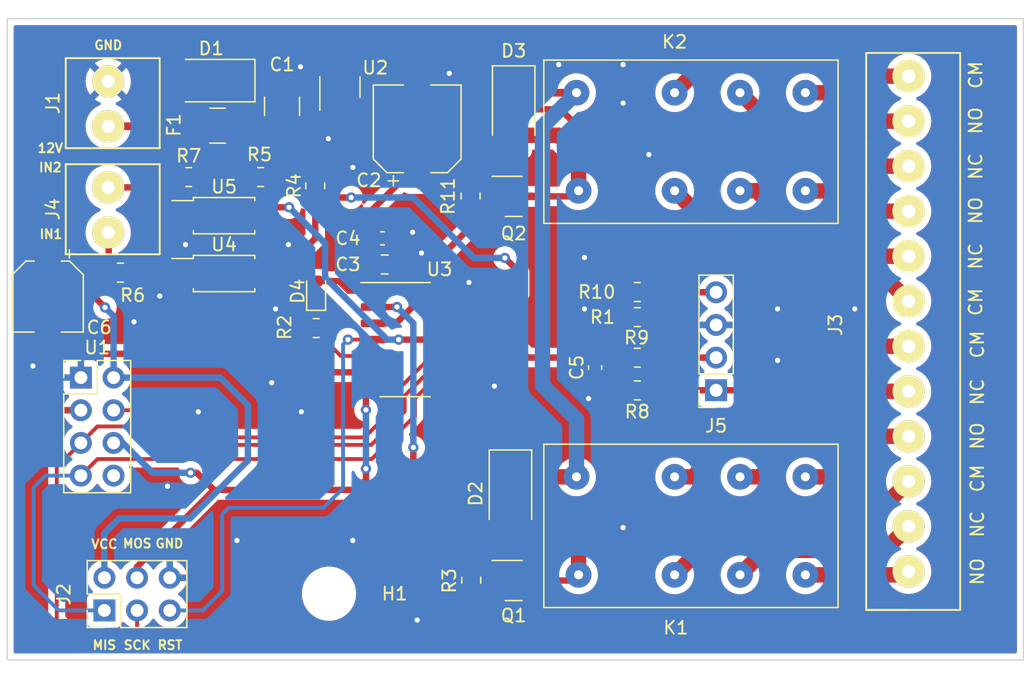
<source format=kicad_pcb>
(kicad_pcb (version 20211014) (generator pcbnew)
  (title_block (comment 4 "AISLER Project ID: GOBGGYHU"))
  (layers (0 "F.Cu" signal) (31 "B.Cu" signal) (34 "B.Paste" user) (35 "F.Paste" user) (36 "B.SilkS" user "B.Silkscreen") (37 "F.SilkS" user "F.Silkscreen") (38 "B.Mask" user) (39 "F.Mask" user) (44 "Edge.Cuts" user))
  (net 0 "")
  (net 1 "/ACC_12V_PROT")
  (net 2 "GND")
  (net 3 "/3V3")
  (net 4 "/ACC_12V_IN")
  (net 5 "Net-(D2-Pad2)")
  (net 6 "Net-(D3-Pad2)")
  (net 7 "/MCU_RESET")
  (net 8 "/MCU_MOSI")
  (net 9 "/MCU_MISO")
  (net 10 "/MCU_SCK")
  (net 11 "/RELAY_2_A_NO")
  (net 12 "/RELAY_2_B_COM")
  (net 13 "/RELAY_2_B_NC")
  (net 14 "/RELAY_2_A_COM")
  (net 15 "/RELAY_2_A_NC")
  (net 16 "/RELAY_2_B_NO")
  (net 17 "/RELAY_1_A_NC")
  (net 18 "/RELAY_1_A_COM")
  (net 19 "/RELAY_1_A_NO")
  (net 20 "/RELAY_1_B_COM")
  (net 21 "/RELAY_1_B_NO")
  (net 22 "/RELAY_1_B_NC")
  (net 23 "/EXT_IN_2")
  (net 24 "/EXT_IN_1")
  (net 25 "Net-(Q1-Pad1)")
  (net 26 "Net-(Q2-Pad1)")
  (net 27 "/RELAY_1")
  (net 28 "/RELAY_2")
  (net 29 "/D_IN1")
  (net 30 "/D_IN2")
  (net 31 "Net-(R6-Pad2)")
  (net 32 "Net-(R7-Pad2)")
  (net 33 "/NRF_CS")
  (net 37 "Net-(D4-Pad1)")
  (net 38 "/NRF_CE")
  (net 39 "/XKC-Y2S-IN")
  (net 40 "Net-(J5-Pad2)")
  (net 41 "Net-(J5-Pad4)")
  (net 42 "Net-(R2-Pad2)")
  (footprint "Package_TO_SOT_SMD:SOT-23-5" (layer "F.Cu") (at 38.85 18.3125 90)
    (fp_text reference "U2")
    (fp_text value "AP7370-33WW-7")
  )
  (footprint "Package_TO_SOT_SMD:SOT-23" (layer "F.Cu") (at 52.35 56.6765)
    (fp_text reference "Q1")
    (fp_text value "BC817")
  )
  (footprint "Resistor_SMD:R_0805_2012Metric" (layer "F.Cu") (at 21.7975 32.7415)
    (fp_text reference "R6")
    (fp_text value "4.7k")
  )
  (footprint "mykicad_6:ST2002C12W" (layer "F.Cu") (at 64.85 52.4265)
    (fp_text reference "K1")
    (fp_text value "ST2002C12W")
  )
  (footprint "mykicad_6:ST2002C12W" (layer "F.Cu") (at 64.85 22.5625)
    (fp_text reference "K2")
    (fp_text value "ST2002C12W")
  )
  (footprint "Capacitor_SMD:C_0603_1608Metric" (layer "F.Cu") (at 42.154 30.0745)
    (fp_text reference "C4")
    (fp_text value "100nF")
  )
  (footprint "Capacitor_SMD:CP_Elec_5x5.3" (layer "F.Cu") (at 16.15 34.6 -90)
    (fp_text reference "C6")
    (fp_text value "C_Polarized")
  )
  (footprint "Resistor_SMD:R_0805_2012Metric" (layer "F.Cu") (at 61.9545 39.3555 180)
    (fp_text reference "R9")
    (fp_text value "1k")
  )
  (footprint "Package_SO:SOIC-4_4.55x2.6mm_P1.27mm" (layer "F.Cu") (at 29.85 28.3125)
    (fp_text reference "U5")
    (fp_text value "TLP291")
  )
  (footprint "Package_TO_SOT_SMD:SOT-23" (layer "F.Cu") (at 52.35 26.8125)
    (fp_text reference "Q2")
    (fp_text value "BC817")
  )
  (footprint "Package_SO:SOIC-14_3.9x8.7mm_P1.27mm" (layer "F.Cu") (at 43.919 37.9485)
    (fp_text reference "U3")
    (fp_text value "ATtiny84-20SS")
  )
  (footprint "Resistor_SMD:R_0805_2012Metric" (layer "F.Cu") (at 49.05 56.65 -90)
    (fp_text reference "R3")
    (fp_text value "1k")
  )
  (footprint "Resistor_SMD:R_0805_2012Metric" (layer "F.Cu") (at 61.95 36.2)
    (fp_text reference "R1")
    (fp_text value "1k")
  )
  (footprint "Resistor_SMD:R_0805_2012Metric" (layer "F.Cu") (at 27.1 25.3125)
    (fp_text reference "R7")
    (fp_text value "4.7k")
  )
  (footprint "Fuse:Fuse_1210_3225Metric_Pad1.42x2.65mm_HandSolder" (layer "F.Cu") (at 29.35 21.3125 180)
    (fp_text reference "F1")
    (fp_text value "100mA Polyfuse")
  )
  (footprint "Diode_SMD:D_SMA" (layer "F.Cu") (at 52.1 49.9265 -90)
    (fp_text reference "D2")
    (fp_text value "DO-214AC")
  )
  (footprint "my_kicad:SORKAPOCS-3.5mm-12" (layer "F.Cu") (at 83.035 19.1635 -90)
    (fp_text reference "J3")
    (fp_text value "External_Outputs_Terminal")
  )
  (footprint "Resistor_SMD:R_0805_2012Metric" (layer "F.Cu") (at 37 37.05)
    (fp_text reference "R2")
    (fp_text value "1k")
  )
  (footprint "Diode_SMD:D_SMA" (layer "F.Cu") (at 28.85 17.8125 180)
    (fp_text reference "D1")
    (fp_text value "DO-214AC")
  )
  (footprint "Package_SO:SOIC-4_4.55x2.6mm_P1.27mm" (layer "F.Cu") (at 29.85 32.8125)
    (fp_text reference "U4")
    (fp_text value "TLP291")
  )
  (footprint "Resistor_SMD:R_0805_2012Metric" (layer "F.Cu") (at 61.9545 41.8955 180)
    (fp_text reference "R8")
    (fp_text value "1k")
  )
  (footprint "my_kicad:SORKAPOCS-3.5mm-2" (layer "F.Cu") (at 20.85 27.8125 -90)
    (fp_text reference "J4")
    (fp_text value "External_Inputs_Terminal")
  )
  (footprint "Resistor_SMD:R_0805_2012Metric" (layer "F.Cu") (at 36.934 25.987 90)
    (fp_text reference "R4")
    (fp_text value "10k")
  )
  (footprint "LED_SMD:LED_0603_1608Metric" (layer "F.Cu") (at 37 34.1875 90)
    (fp_text reference "D4")
    (fp_text value "LED")
  )
  (footprint "Diode_SMD:D_SMA" (layer "F.Cu") (at 52.35 20.0625 -90)
    (fp_text reference "D3")
    (fp_text value "DO-214AC")
  )
  (footprint "Resistor_SMD:R_0805_2012Metric" (layer "F.Cu") (at 61.95 34.25)
    (fp_text reference "R10")
    (fp_text value "1k")
  )
  (footprint "Capacitor_SMD:CP_Elec_6.3x5.4" (layer "F.Cu") (at 44.85 21.5625 90)
    (fp_text reference "C2")
    (fp_text value "47uF")
  )
  (footprint "Capacitor_SMD:C_1210_3225Metric" (layer "F.Cu") (at 34.35 19.8125 90)
    (fp_text reference "C1")
    (fp_text value "10uF")
  )
  (footprint "Resistor_SMD:R_0805_2012Metric" (layer "F.Cu") (at 32.6875 25.3125 180)
    (fp_text reference "R5")
    (fp_text value "10k")
  )
  (footprint "MountingHole:MountingHole_3.2mm_M3" (layer "F.Cu") (at 38 57.7)
    (fp_text reference "H1")
    (fp_text value "MountingHole")
  )
  (footprint "Connector_PinHeader_2.54mm:PinHeader_2x04_P2.54mm_Vertical" (layer "F.Cu") (at 18.725 40.9)
    (fp_text reference "U1")
    (fp_text value "NRF24L01_Breakout")
  )
  (footprint "Resistor_SMD:R_0805_2012Metric" (layer "F.Cu") (at 49 26.7875 -90)
    (fp_text reference "R11")
    (fp_text value "1k")
  )
  (footprint "Capacitor_SMD:C_0805_2012Metric" (layer "F.Cu") (at 42.329 32.1065)
    (fp_text reference "C3")
    (fp_text value "4.7uF")
  )
  (footprint "Connector_PinSocket_2.54mm:PinSocket_1x04_P2.54mm_Vertical" (layer "F.Cu") (at 68.075 41.8855 180)
    (fp_text reference "J5")
    (fp_text value "XKC-Y2S-IN")
  )
  (footprint "Connector_PinHeader_2.54mm:PinHeader_2x03_P2.54mm_Vertical" (layer "F.Cu") (at 20.55 59 90)
    (fp_text reference "J2")
    (fp_text value "Programmer_Pins_SPI")
  )
  (footprint "my_kicad:SORKAPOCS-3.5mm-2" (layer "F.Cu") (at 20.85 19.5625 -90)
    (fp_text reference "J1")
    (fp_text value "12V_IN")
  )
  (footprint "Capacitor_SMD:C_0603_1608Metric" (layer "F.Cu") (at 58.676 40.1175 90)
    (fp_text reference "C5")
    (fp_text value "100nF")
  )
  (gr_rect (start 13 13) (end 91.95 62.85) (layer "Edge.Cuts") (width 0.1) (fill none))
  (gr_text "NO\n" (at 88.242 20.9305 90) (layer "F.SilkS") (effects (font (size 1 1))))
  (gr_text "NO\n" (at 88.369 55.9825 90) (layer "F.SilkS") (effects (font (size 1 1))))
  (gr_text "NO\n" (at 88.369 45.4415 90) (layer "F.SilkS") (effects (font (size 1 1))))
  (gr_text "MOS" (at 23.1 53.8) (layer "F.SilkS") (effects (font (size 0.7 0.7))))
  (gr_text "NC" (at 88.369 52.2995 90) (layer "F.SilkS") (effects (font (size 1 1))))
  (gr_text "CM\n" (at 88.369 48.7435 90) (layer "F.SilkS") (effects (font (size 1 1))))
  (gr_text "12V" (at 16.35 23.0625) (layer "F.SilkS") (effects (font (size 0.7 0.7))))
  (gr_text "MIS\n" (at 20.55 61.7) (layer "F.SilkS") (effects (font (size 0.7 0.7))))
  (gr_text "IN2" (at 16.35 24.5625) (layer "F.SilkS") (effects (font (size 0.7 0.7))))
  (gr_text "CM\n" (at 88.242 17.3745 90) (layer "F.SilkS") (effects (font (size 1 1))))
  (gr_text "CM\n" (at 88.242 35.0275 90) (layer "F.SilkS") (effects (font (size 1 1))))
  (gr_text "NC" (at 88.242 24.4865 90) (layer "F.SilkS") (effects (font (size 1 1))))
  (gr_text "SCK\n" (at 23.1 61.7) (layer "F.SilkS") (effects (font (size 0.7 0.7))))
  (gr_text "NC" (at 88.242 31.4715 90) (layer "F.SilkS") (effects (font (size 1 1))))
  (gr_text "GND" (at 20.85 15.0625) (layer "F.SilkS") (effects (font (size 0.7 0.7))))
  (gr_text "IN1" (at 16.4 29.75) (layer "F.SilkS") (effects (font (size 0.7 0.7))))
  (gr_text "NO\n" (at 88.242 27.9155 90) (layer "F.SilkS") (effects (font (size 1 1))))
  (gr_text "CM\n" (at 88.369 38.3295 90) (layer "F.SilkS") (effects (font (size 1 1))))
  (gr_text "NC" (at 88.369 42.0125 90) (layer "F.SilkS") (effects (font (size 1 1))))
  (gr_text "VCC" (at 20.55 53.85) (layer "F.SilkS") (effects (font (size 0.7 0.7))))
  (gr_text "GND" (at 25.6 53.8) (layer "F.SilkS") (effects (font (size 0.7 0.7))))
  (gr_text "RST" (at 25.65 61.7) (layer "F.SilkS") (effects (font (size 0.7 0.7))))
  (segment (start 30.8625 21.2875) (end 30.8375 21.3125) (width 0.6) (layer "F.Cu") (net 1))
  (segment (start 34.35 21.2875) (end 30.8625 21.2875) (width 0.6) (layer "F.Cu") (net 1))
  (segment (start 30.85 21.3) (end 30.8375 21.3125) (width 0.6) (layer "F.Cu") (net 1))
  (segment (start 37.9 19.45) (end 37.9 20.5995) (width 0.6) (layer "F.Cu") (net 1))
  (segment (start 37.9 20.5995) (end 37.188 21.3115) (width 0.6) (layer "F.Cu") (net 1))
  (segment (start 37.188 21.3115) (end 34.374 21.3115) (width 0.6) (layer "F.Cu") (net 1))
  (segment (start 34.374 21.3115) (end 34.35 21.2875) (width 0.6) (layer "F.Cu") (net 1))
  (segment (start 30.85 17.8125) (end 30.85 21.3) (width 0.6) (layer "F.Cu") (net 1))
  (segment (start 34.35 18.1805) (end 35.791 16.7395) (width 0.5) (layer "F.Cu") (net 2))
  (segment (start 58.676 40.8925) (end 58.676 42.0225) (width 0.5) (layer "F.Cu") (net 2))
  (segment (start 33.1 33.4475) (end 33.1 34.8125) (width 0.5) (layer "F.Cu") (net 2))
  (segment (start 45.833 18.7625) (end 47.348 17.2475) (width 0.5) (layer "F.Cu") (net 2))
  (segment (start 44.3 32.1065) (end 45.189 31.2175) (width 0.5) (layer "F.Cu") (net 2))
  (segment (start 33.1 28.9475) (end 34.4475 28.9475) (width 0.5) (layer "F.Cu") (net 2))
  (segment (start 38.85 19.45) (end 38.85 21.4275) (width 0.5) (layer "F.Cu") (net 2))
  (segment (start 34.35 18.3375) (end 34.35 18.1805) (width 0.5) (layer "F.Cu") (net 2))
  (segment (start 44.85 18.7625) (end 45.833 18.7625) (width 0.5) (layer "F.Cu") (net 2))
  (segment (start 44.0255 30.0745) (end 44.5 29.6) (width 0.3) (layer "F.Cu") (net 2))
  (segment (start 33.1 34.8125) (end 33.85 35.5625) (width 0.5) (layer "F.Cu") (net 2))
  (segment (start 26.6 30.3125) (end 26.85 30.5625) (width 0.5) (layer "F.Cu") (net 2))
  (segment (start 15 40) (end 15 37.95) (width 0.3) (layer "F.Cu") (net 2))
  (segment (start 43.279 32.1065) (end 44.3 32.1065) (width 0.5) (layer "F.Cu") (net 2))
  (segment (start 15 37.95) (end 16.15 36.8) (width 0.3) (layer "F.Cu") (net 2))
  (segment (start 46.394 34.1385) (end 48.237 34.1385) (width 0.5) (layer "F.Cu") (net 2))
  (segment (start 26.6 28.9475) (end 26.6 30.3125) (width 0.5) (layer "F.Cu") (net 2))
  (segment (start 34.85 29.35) (end 34.85 30.5625) (width 0.5) (layer "F.Cu") (net 2))
  (segment (start 38.85 21.4275) (end 37.95 22.3275) (width 0.5) (layer "F.Cu") (net 2))
  (segment (start 34.4475 28.9475) (end 34.85 29.35) (width 0.5) (layer "F.Cu") (net 2))
  (segment (start 42.929 30.0745) (end 44.0255 30.0745) (width 0.3) (layer "F.Cu") (net 2))
  (segment (start 26.6 33.4475) (end 25.965 33.4475) (width 0.5) (layer "F.Cu") (net 2))
  (segment (start 48.237 34.1385) (end 48.872 33.5035) (width 0.5) (layer "F.Cu") (net 2))
  (segment (start 25.965 33.4475) (end 24.85 34.5625) (width 0.5) (layer "F.Cu") (net 2))
  (segment (start 58.676 42.0225) (end 58.168 42.5305) (width 0.5) (layer "F.Cu") (net 2))
  (via (at 62.85 23.5625) (size 0.8) (drill 0.4) (layers "F.Cu" "B.Cu") (net 2))
  (via (at 35.791 16.7395) (size 0.8) (drill 0.4) (layers "F.Cu" "B.Cu") (net 2))
  (via (at 33.55 41.3) (size 0.8) (drill 0.4) (layers "F.Cu" "B.Cu") (net 2))
  (via (at 47.348 17.2475) (size 0.8) (drill 0.4) (layers "F.Cu" "B.Cu") (net 2))
  (via (at 27.85 43.5625) (size 0.8) (drill 0.4) (layers "F.Cu" "B.Cu") (net 2))
  (via (at 25.45 49.35) (size 0.8) (drill 0.4) (layers "F.Cu" "B.Cu") (net 2))
  (via (at 60.85 19.5625) (size 0.8) (drill 0.4) (layers "F.Cu" "B.Cu") (net 2))
  (via (at 50.85 41.5625) (size 0.8) (drill 0.4) (layers "F.Cu" "B.Cu") (net 2))
  (via (at 15 40) (size 0.8) (drill 0.4) (layers "F.Cu" "B.Cu") (net 2))
  (via (at 44.85 59.75) (size 0.8) (drill 0.4) (layers "F.Cu" "B.Cu") (net 2))
  (via (at 39.85 24.5625) (size 0.8) (drill 0.4) (layers "F.Cu" "B.Cu") (net 2))
  (via (at 44.5 29.6) (size 0.8) (drill 0.4) (layers "F.Cu" "B.Cu") (net 2))
  (via (at 26.85 30.5625) (size 0.8) (drill 0.4) (layers "F.Cu" "B.Cu") (net 2))
  (via (at 48.872 33.5035) (size 0.8) (drill 0.4) (layers "F.Cu" "B.Cu") (net 2))
  (via (at 57.85 35.5625) (size 0.8) (drill 0.4) (layers "F.Cu" "B.Cu") (net 2))
  (via (at 34.85 30.5625) (size 0.8) (drill 0.4) (layers "F.Cu" "B.Cu") (net 2))
  (via (at 39.85 53.5625) (size 0.8) (drill 0.4) (layers "F.Cu" "B.Cu") (net 2))
  (via (at 33.85 35.5625) (size 0.8) (drill 0.4) (layers "F.Cu" "B.Cu") (net 2))
  (via (at 60.85 16.5625) (size 0.8) (drill 0.4) (layers "F.Cu" "B.Cu") (net 2))
  (via (at 72.85 39.5625) (size 0.8) (drill 0.4) (layers "F.Cu" "B.Cu") (net 2))
  (via (at 35.85 43.5625) (size 0.8) (drill 0.4) (layers "F.Cu" "B.Cu") (net 2))
  (via (at 30.85 53.5625) (size 0.8) (drill 0.4) (layers "F.Cu" "B.Cu") (net 2))
  (via (at 78.85 35.5625) (size 0.8) (drill 0.4) (layers "F.Cu" "B.Cu") (net 2))
  (via (at 22.85 36.5625) (size 0.8) (drill 0.4) (layers "F.Cu" "B.Cu") (net 2))
  (via (at 45.189 31.2175) (size 0.8) (drill 0.4) (layers "F.Cu" "B.Cu") (net 2))
  (via (at 57.85 31.5625) (size 0.8) (drill 0.4) (layers "F.Cu" "B.Cu") (net 2))
  (via (at 55.85 16.5625) (size 0.8) (drill 0.4) (layers "F.Cu" "B.Cu") (net 2))
  (via (at 58.168 42.5305) (size 0.8) (drill 0.4) (layers "F.Cu" "B.Cu") (net 2))
  (via (at 24.85 34.5625) (size 0.8) (drill 0.4) (layers "F.Cu" "B.Cu") (net 2))
  (via (at 72.85 35.5625) (size 0.8) (drill 0.4) (layers "F.Cu" "B.Cu") (net 2))
  (via (at 60.85 52.5625) (size 0.8) (drill 0.4) (layers "F.Cu" "B.Cu") (net 2))
  (via (at 37.95 22.3275) (size 0.8) (drill 0.4) (layers "F.Cu" "B.Cu") (net 2))
  (segment (start 47.856 23.3435) (end 47.856 21.6925) (width 0.5) (layer "F.Cu") (net 3))
  (segment (start 20.424 23.4705) (end 31.188 23.4705) (width 0.5) (layer "F.Cu") (net 3))
  (segment (start 36.934 25.0115) (end 38.475 23.4705) (width 0.5) (layer "F.Cu") (net 3))
  (segment (start 39.8 22.1455) (end 42.017 24.3625) (width 0.6) (layer "F.Cu") (net 3))
  (segment (start 31.188 23.4705) (end 31.775 24.0575) (width 0.5) (layer "F.Cu") (net 3))
  (segment (start 38.8 33.4) (end 37 33.4) (width 0.5) (layer "F.Cu") (net 3))
  (segment (start 36.934 25.0745) (end 36.934 25.0115) (width 0.5) (layer "F.Cu") (net 3))
  (segment (start 41.379 27.8335) (end 44.85 24.3625) (width 0.5) (layer "F.Cu") (net 3))
  (segment (start 41.379 32.1065) (end 41.379 34.0735) (width 0.5) (layer "F.Cu") (net 3))
  (segment (start 41.379 30.0745) (end 41.379 27.8335) (width 0.5) (layer "F.Cu") (net 3))
  (segment (start 55.984 20.0415) (end 61.042 25.0995) (width 0.5) (layer "F.Cu") (net 3))
  (segment (start 46.837 24.3625) (end 47.856 23.3435) (width 0.5) (layer "F.Cu") (net 3))
  (segment (start 41.379 34.0735) (end 41.444 34.1385) (width 0.5) (layer "F.Cu") (net 3))
  (segment (start 42.017 24.3625) (end 44.85 24.3625) (width 0.6) (layer "F.Cu") (net 3))
  (segment (start 39.5385 34.1385) (end 38.8 33.4) (width 0.5) (layer "F.Cu") (net 3))
  (segment (start 61.042 34.2455) (end 61.0375 34.25) (width 0.5) (layer "F.Cu") (net 3))
  (segment (start 18.773 33.127) (end 18.773 33.623) (width 0.5) (layer "F.Cu") (net 3))
  (segment (start 18.773 33.623) (end 20.6 35.45) (width 0.5) (layer "F.Cu") (net 3))
  (segment (start 18.773 25.1215) (end 18.773 33.127) (width 0.5) (layer "F.Cu") (net 3))
  (segment (start 47.856 21.6925) (end 49.507 20.0415) (width 0.5) (layer "F.Cu") (net 3))
  (segment (start 70.3625 31.8625) (end 71.55 33.05) (width 0.5) (layer "F.Cu") (net 3))
  (segment (start 32.362 23.4705) (end 38.475 23.4705) (width 0.5) (layer "F.Cu") (net 3))
  (segment (start 61.042 25.0995) (end 61.042 33.0525) (width 0.5) (layer "F.Cu") (net 3))
  (segment (start 16.877 33.127) (end 16.15 32.4) (width 0.5) (layer "F.Cu") (net 3))
  (segment (start 70.1645 41.8855) (end 68.075 41.8855) (width 0.5) (layer "F.Cu") (net 3))
  (segment (start 49.507 20.0415) (end 55.984 20.0415) (width 0.5) (layer "F.Cu") (net 3))
  (segment (start 62.877 41.8855) (end 68.075 41.8855) (width 0.5) (layer "F.Cu") (net 3))
  (segment (start 62.867 41.8955) (end 62.877 41.8855) (width 0.5) (layer "F.Cu") (net 3))
  (segment (start 39.8 19.45) (end 39.8 22.1455) (width 0.6) (layer "F.Cu") (net 3))
  (segment (start 61.042 33.0525) (end 61.042 34.2455) (width 0.5) (layer "F.Cu") (net 3))
  (segment (start 71.55 40.5) (end 70.1645 41.8855) (width 0.5) (layer "F.Cu") (net 3))
  (segment (start 44.85 24.3625) (end 46.837 24.3625) (width 0.5) (layer "F.Cu") (net 3))
  (segment (start 62.232 31.8625) (end 70.3625 31.8625) (width 0.5) (layer "F.Cu") (net 3))
  (segment (start 38.475 23.4705) (end 39.8 22.1455) (width 0.5) (layer "F.Cu") (net 3))
  (segment (start 71.55 33.05) (end 71.55 40.5) (width 0.5) (layer "F.Cu") (net 3))
  (segment (start 31.775 25.3125) (end 31.775 24.0575) (width 0.5) (layer "F.Cu") (net 3))
  (segment (start 41.444 34.1385) (end 39.5385 34.1385) (width 0.5) (layer "F.Cu") (net 3))
  (segment (start 18.773 25.1215) (end 20.424 23.4705) (width 0.5) (layer "F.Cu") (net 3))
  (segment (start 31.775 24.0575) (end 32.362 23.4705) (width 0.5) (layer "F.Cu") (net 3))
  (segment (start 61.042 33.0525) (end 62.232 31.8625) (width 0.5) (layer "F.Cu") (net 3))
  (segment (start 41.379 30.0745) (end 41.379 32.1065) (width 0.5) (layer "F.Cu") (net 3))
  (segment (start 18.773 33.127) (end 16.877 33.127) (width 0.5) (layer "F.Cu") (net 3))
  (via (at 20.6 35.45) (size 0.8) (drill 0.4) (layers "F.Cu" "B.Cu") (net 3))
  (segment (start 21.7 51.85) (end 20.55 53) (width 0.5) (layer "B.Cu") (net 3))
  (segment (start 31.7 47.35) (end 27.2 51.85) (width 0.5) (layer "B.Cu") (net 3))
  (segment (start 21.267 36.117) (end 21.267 40.9) (width 0.5) (layer "B.Cu") (net 3))
  (segment (start 31.7 43.05) (end 31.7 47.35) (width 0.5) (layer "B.Cu") (net 3))
  (segment (start 27.2 51.85) (end 21.7 51.85) (width 0.5) (layer "B.Cu") (net 3))
  (segment (start 20.6 35.45) (end 21.267 36.117) (width 0.5) (layer "B.Cu") (net 3))
  (segment (start 20.55 53) (end 20.55 56.46) (width 0.5) (layer "B.Cu") (net 3))
  (segment (start 21.265 40.9) (end 29.55 40.9) (width 0.5) (layer "B.Cu") (net 3))
  (segment (start 29.55 40.9) (end 31.7 43.05) (width 0.5) (layer "B.Cu") (net 3))
  (segment (start 52.1 47.9265) (end 54.151 47.9265) (width 1.2) (layer "F.Cu") (net 4))
  (segment (start 30.170978 15.3425) (end 28.933 16.580478) (width 0.6) (layer "F.Cu") (net 4))
  (segment (start 54.841 48.6165) (end 57.23 48.6165) (width 1.2) (layer "F.Cu") (net 4))
  (segment (start 52.35 18.0625) (end 49.63 15.3425) (width 0.6) (layer "F.Cu") (net 4))
  (segment (start 28.933 16.580478) (end 28.933 20.5495) (width 0.6) (layer "F.Cu") (net 4))
  (segment (start 28.933 20.5495) (end 28.17 21.3125) (width 0.6) (layer "F.Cu") (net 4))
  (segment (start 54.151 47.9265) (end 54.841 48.6165) (width 1.2) (layer "F.Cu") (net 4))
  (segment (start 27.8125 21.3625) (end 20.85 21.3625) (width 0.6) (layer "F.Cu") (net 4))
  (segment (start 27.8625 21.3125) (end 27.8125 21.3625) (width 0.6) (layer "F.Cu") (net 4))
  (segment (start 55.457 18.7525) (end 54.714 18.0095) (width 0.6) (layer "F.Cu") (net 4))
  (segment (start 54.714 18.0095) (end 54.661 18.0625) (width 0.6) (layer "F.Cu") (net 4))
  (segment (start 57.23 18.7525) (end 55.457 18.7525) (width 0.6) (layer "F.Cu") (net 4))
  (segment (start 49.63 15.3425) (end 30.170978 15.3425) (width 0.6) (layer "F.Cu") (net 4))
  (segment (start 54.661 18.0625) (end 52.35 18.0625) (width 0.6) (layer "F.Cu") (net 4))
  (segment (start 28.17 21.3125) (end 27.8625 21.3125) (width 0.6) (layer "F.Cu") (net 4))
  (segment (start 54.587 41.5045) (end 54.587 21.3955) (width 1.2) (layer "B.Cu") (net 4))
  (segment (start 54.587 21.3955) (end 57.23 18.7525) (width 1.2) (layer "B.Cu") (net 4))
  (segment (start 57.23 44.1475) (end 54.587 41.5045) (width 1.2) (layer "B.Cu") (net 4))
  (segment (start 57.23 48.6165) (end 57.23 44.1475) (width 1.2) (layer "B.Cu") (net 4))
  (segment (start 53.2875 56.6765) (end 56.95 56.6765) (width 0.5) (layer "F.Cu") (net 5))
  (segment (start 57.39 53.8325) (end 57.39 56.2365) (width 1.2) (layer "F.Cu") (net 5))
  (segment (start 56.95 56.6765) (end 57.39 56.2365) (width 0.5) (layer "F.Cu") (net 5))
  (segment (start 52.1 51.9265) (end 55.484 51.9265) (width 1.2) (layer "F.Cu") (net 5))
  (segment (start 55.484 51.9265) (end 57.39 53.8325) (width 1.2) (layer "F.Cu") (net 5))
  (segment (start 56.95 26.8125) (end 57.39 26.3725) (width 0.5) (layer "F.Cu") (net 6))
  (segment (start 53.2875 26.8125) (end 56.95 26.8125) (width 0.5) (layer "F.Cu") (net 6))
  (segment (start 57.39 23.6065) (end 55.846 22.0625) (width 1.2) (layer "F.Cu") (net 6))
  (segment (start 55.846 22.0625) (end 52.35 22.0625) (width 1.2) (layer "F.Cu") (net 6))
  (segment (start 57.39 26.3725) (end 57.39 23.6065) (width 1.2) (layer "F.Cu") (net 6))
  (segment (start 39.474 37.9485) (end 41.444 37.9485) (width 0.3) (layer "F.Cu") (net 7))
  (via (at 39.474 37.9485) (size 0.8) (drill 0.4) (layers "F.Cu" "B.Cu") (net 7))
  (segment (start 30.203 51.0295) (end 29.695 51.5375) (width 0.3) (layer "B.Cu") (net 7))
  (segment (start 28.2 59) (end 25.63 59) (width 0.3) (layer "B.Cu") (net 7))
  (segment (start 29.695 57.505) (end 28.2 59) (width 0.3) (layer "B.Cu") (net 7))
  (segment (start 39.474 37.9485) (end 39.093 38.3295) (width 0.3) (layer "B.Cu") (net 7))
  (segment (start 29.695 51.5375) (end 29.695 57.505) (width 0.3) (layer "B.Cu") (net 7))
  (segment (start 39.093 38.3295) (end 39.093 49.5055) (width 0.3) (layer "B.Cu") (net 7))
  (segment (start 37.569 51.0295) (end 30.203 51.0295) (width 0.3) (layer "B.Cu") (net 7))
  (segment (start 39.093 49.5055) (end 37.569 51.0295) (width 0.3) (layer "B.Cu") (net 7))
  (segment (start 23.853 54.847) (end 23.09 55.61) (width 0.5) (layer "F.Cu") (net 8))
  (segment (start 40.871 43.4095) (end 40.871 42.3315) (width 0.5) (layer "F.Cu") (net 8))
  (segment (start 40.871 48.8705) (end 40.109 49.6325) (width 0.5) (layer "F.Cu") (net 8))
  (segment (start 40.871 42.3315) (end 41.444 41.7585) (width 0.5) (layer "F.Cu") (net 8))
  (segment (start 27.7275 48.3) (end 29.06 49.6325) (width 0.5) (layer "F.Cu") (net 8))
  (segment (start 40.109 49.6325) (end 29.06 49.6325) (width 0.5) (layer "F.Cu") (net 8))
  (segment (start 27.25 48.3) (end 27.7275 48.3) (width 0.5) (layer "F.Cu") (net 8))
  (segment (start 23.853 54.8395) (end 23.853 54.847) (width 0.5) (layer "F.Cu") (net 8))
  (segment (start 29.06 49.6325) (end 23.853 54.8395) (width 0.5) (layer "F.Cu") (net 8))
  (segment (start 40.871 47.9815) (end 40.871 48.8705) (width 0.5) (layer "F.Cu") (net 8))
  (segment (start 23.09 55.61) (end 23.09 56.46) (width 0.5) (layer "F.Cu") (net 8))
  (via (at 27.25 48.3) (size 0.8) (drill 0.4) (layers "F.Cu" "B.Cu") (net 8))
  (via (at 40.871 47.9815) (size 0.8) (drill 0.4) (layers "F.Cu" "B.Cu") (net 8))
  (via (at 40.871 43.4095) (size 0.8) (drill 0.4) (layers "F.Cu" "B.Cu") (net 8))
  (segment (start 21.98 45.98) (end 21.267 45.98) (width 0.5) (layer "B.Cu") (net 8))
  (segment (start 23.853 47.853) (end 24.3 48.3) (width 0.5) (layer "B.Cu") (net 8))
  (segment (start 24.3 48.3) (end 27.25 48.3) (width 0.5) (layer "B.Cu") (net 8))
  (segment (start 23.853 47.853) (end 21.98 45.98) (width 0.5) (layer "B.Cu") (net 8))
  (segment (start 40.871 47.9815) (end 40.871 43.4095) (width 0.5) (layer "B.Cu") (net 8))
  (segment (start 44.681 43.869) (end 41.3185 47.2315) (width 0.3) (layer "F.Cu") (net 9))
  (segment (start 44.681 42.5205) (end 44.681 43.869) (width 0.3) (layer "F.Cu") (net 9))
  (segment (start 45.443 41.7585) (end 44.681 42.5205) (width 0.3) (layer "F.Cu") (net 9))
  (segment (start 20.0155 47.2315) (end 18.727 48.52) (width 0.3) (layer "F.Cu") (net 9))
  (segment (start 41.3185 47.2315) (end 20.0155 47.2315) (width 0.3) (layer "F.Cu") (net 9))
  (segment (start 46.394 41.7585) (end 45.443 41.7585) (width 0.3) (layer "F.Cu") (net 9))
  (segment (start 15.05 49.45) (end 15.98 48.52) (width 0.3) (layer "B.Cu") (net 9))
  (segment (start 15.98 48.52) (end 18.725 48.52) (width 0.3) (layer "B.Cu") (net 9))
  (segment (start 15.05 57.05) (end 15.05 49.45) (width 0.3) (layer "B.Cu") (net 9))
  (segment (start 17 59) (end 15.05 57.05) (width 0.3) (layer "B.Cu") (net 9))
  (segment (start 20.55 59) (end 17 59) (width 0.3) (layer "B.Cu") (net 9))
  (segment (start 23.456428 44.7) (end 20.007 44.7) (width 0.3) (layer "F.Cu") (net 10))
  (segment (start 46.394 40.4885) (end 45.697 40.4885) (width 0.3) (layer "F.Cu") (net 10))
  (segment (start 41.28333 46.13102) (end 24.887448 46.13102) (width 0.3) (layer "F.Cu") (net 10))
  (segment (start 18.725 45.98) (end 16.85 47.855) (width 0.3) (layer "F.Cu") (net 10))
  (segment (start 23.09 60.64) (end 23.09 59) (width 0.3) (layer "F.Cu") (net 10))
  (segment (start 16.85 59.75) (end 18.65 61.55) (width 0.3) (layer "F.Cu") (net 10))
  (segment (start 18.65 61.55) (end 22.2 61.55) (width 0.3) (layer "F.Cu") (net 10))
  (segment (start 43.88352 42.30198) (end 43.88352 43.53083) (width 0.3) (layer "F.Cu") (net 10))
  (segment (start 22.2 61.55) (end 23.1 60.65) (width 0.3) (layer "F.Cu") (net 10))
  (segment (start 20.007 44.7) (end 18.727 45.98) (width 0.3) (layer "F.Cu") (net 10))
  (segment (start 45.697 40.4885) (end 43.88352 42.30198) (width 0.3) (layer "F.Cu") (net 10))
  (segment (start 16.85 47.855) (end 16.85 59.75) (width 0.3) (layer "F.Cu") (net 10))
  (segment (start 24.887448 46.13102) (end 23.456428 44.7) (width 0.3) (layer "F.Cu") (net 10))
  (segment (start 43.88352 43.53083) (end 41.28333 46.13102) (width 0.3) (layer "F.Cu") (net 10))
  (segment (start 79.766 20.9635) (end 83.035 20.9635) (width 1.2) (layer "F.Cu") (net 11))
  (segment (start 77.555 18.7525) (end 79.766 20.9635) (width 1.2) (layer "F.Cu") (net 11))
  (segment (start 75.01 18.7525) (end 77.555 18.7525) (width 1.2) (layer "F.Cu") (net 11))
  (segment (start 71.605 30.0745) (end 74.653 33.1225) (width 1.2) (layer "F.Cu") (net 12))
  (segment (start 68.552 30.0745) (end 71.605 30.0745) (width 1.2) (layer "F.Cu") (net 12))
  (segment (start 64.85 26.3725) (end 68.552 30.0745) (width 1.2) (layer "F.Cu") (net 12))
  (segment (start 81.194 33.1225) (end 83.035 34.9635) (width 1.2) (layer "F.Cu") (net 12))
  (segment (start 74.653 33.1225) (end 81.194 33.1225) (width 1.2) (layer "F.Cu") (net 12))
  (segment (start 71.205 26.3725) (end 75.034 30.2015) (width 1.2) (layer "F.Cu") (net 13))
  (segment (start 79.86 30.2015) (end 81.122 31.4635) (width 1.2) (layer "F.Cu") (net 13))
  (segment (start 75.034 30.2015) (end 79.86 30.2015) (width 1.2) (layer "F.Cu") (net 13))
  (segment (start 69.93 26.3725) (end 71.205 26.3725) (width 1.2) (layer "F.Cu") (net 13))
  (segment (start 81.122 31.4635) (end 83.035 31.4635) (width 1.2) (layer "F.Cu") (net 13))
  (segment (start 79.733 16.1045) (end 81.092 17.4635) (width 1.2) (layer "F.Cu") (net 14))
  (segment (start 64.85 18.7525) (end 67.498 16.1045) (width 1.2) (layer "F.Cu") (net 14))
  (segment (start 67.498 16.1045) (end 79.733 16.1045) (width 1.2) (layer "F.Cu") (net 14))
  (segment (start 81.092 17.4635) (end 83.035 17.4635) (width 1.2) (layer "F.Cu") (net 14))
  (segment (start 69.93 18.7525) (end 72.743 21.5655) (width 1.2) (layer "F.Cu") (net 15))
  (segment (start 80.218 24.4635) (end 83.035 24.4635) (width 1.2) (layer "F.Cu") (net 15))
  (segment (start 77.32 21.5655) (end 80.218 24.4635) (width 1.2) (layer "F.Cu") (net 15))
  (segment (start 72.743 21.5655) (end 77.32 21.5655) (width 1.2) (layer "F.Cu") (net 15))
  (segment (start 80.416 27.9635) (end 83.035 27.9635) (width 1.2) (layer "F.Cu") (net 16))
  (segment (start 78.844 26.3915) (end 80.416 27.9635) (width 1.2) (layer "F.Cu") (net 16))
  (segment (start 75.029 26.3915) (end 78.844 26.3915) (width 1.2) (layer "F.Cu") (net 16))
  (segment (start 75.01 26.3725) (end 75.029 26.3915) (width 1.2) (layer "F.Cu") (net 16))
  (segment (start 76.812 45.9495) (end 80.798 41.9635) (width 1.2) (layer "F.Cu") (net 17))
  (segment (start 74.145 45.9495) (end 76.812 45.9495) (width 1.2) (layer "F.Cu") (net 17))
  (segment (start 71.478 48.6165) (end 74.145 45.9495) (width 1.2) (layer "F.Cu") (net 17))
  (segment (start 69.93 48.6165) (end 71.478 48.6165) (width 1.2) (layer "F.Cu") (net 17))
  (segment (start 80.798 41.9635) (end 83.035 41.9635) (width 1.2) (layer "F.Cu") (net 17))
  (segment (start 66.271 48.6165) (end 71.732 43.1555) (width 1.2) (layer "F.Cu") (net 18))
  (segment (start 75.034 43.1555) (end 79.726 38.4635) (width 1.2) (layer "F.Cu") (net 18))
  (segment (start 79.726 38.4635) (end 83.035 38.4635) (width 1.2) (layer "F.Cu") (net 18))
  (segment (start 71.732 43.1555) (end 75.034 43.1555) (width 1.2) (layer "F.Cu") (net 18))
  (segment (start 64.85 48.6165) (end 66.271 48.6165) (width 1.2) (layer "F.Cu") (net 18))
  (segment (start 77.701 48.6165) (end 75.01 48.6165) (width 1.2) (layer "F.Cu") (net 19))
  (segment (start 83.035 45.4635) (end 80.854 45.4635) (width 1.2) (layer "F.Cu") (net 19))
  (segment (start 80.854 45.4635) (end 77.701 48.6165) (width 1.2) (layer "F.Cu") (net 19))
  (segment (start 83.035 48.9635) (end 79.826 52.1725) (width 1.2) (layer "F.Cu") (net 20))
  (segment (start 68.914 52.1725) (end 64.85 56.2365) (width 1.2) (layer "F.Cu") (net 20))
  (segment (start 79.826 52.1725) (end 68.914 52.1725) (width 1.2) (layer "F.Cu") (net 20))
  (segment (start 82.762 56.2365) (end 83.035 55.9635) (width 1.2) (layer "F.Cu") (net 21))
  (segment (start 75.01 56.2365) (end 82.762 56.2365) (width 1.2) (layer "F.Cu") (net 21))
  (segment (start 71.835 54.3315) (end 81.167 54.3315) (width 1.2) (layer "F.Cu") (net 22))
  (segment (start 81.167 54.3315) (end 83.035 52.4635) (width 1.2) (layer "F.Cu") (net 22))
  (segment (start 69.93 56.2365) (end 71.835 54.3315) (width 1.2) (layer "F.Cu") (net 22))
  (segment (start 26.1875 25.3125) (end 25.3875 26.1125) (width 0.5) (layer "F.Cu") (net 23))
  (segment (start 25.3875 26.1125) (end 20.85 26.1125) (width 0.5) (layer "F.Cu") (net 23))
  (segment (start 20.885 29.6475) (end 20.85 29.6125) (width 0.5) (layer "F.Cu") (net 24))
  (segment (start 20.885 32.7415) (end 20.885 29.6475) (width 0.5) (layer "F.Cu") (net 24))
  (segment (start 51.4015 55.7375) (end 51.4125 55.7265) (width 0.3) (layer "F.Cu") (net 25))
  (segment (start 49.05 55.7375) (end 51.4015 55.7375) (width 0.3) (layer "F.Cu") (net 25))
  (segment (start 49.0125 25.9) (end 51.375 25.9) (width 0.5) (layer "F.Cu") (net 26))
  (segment (start 45.062 56.2365) (end 44.554 55.7285) (width 0.5) (layer "F.Cu") (net 27))
  (segment (start 44.554 55.7285) (end 44.554 46.3305) (width 0.5) (layer "F.Cu") (net 27))
  (segment (start 49.1 57.589) (end 46.4145 57.589) (width 0.5) (layer "F.Cu") (net 27))
  (segment (start 46.4145 57.589) (end 45.062 56.2365) (width 0.5) (layer "F.Cu") (net 27))
  (segment (start 43.284 35.4085) (end 41.444 35.4085) (width 0.5) (layer "F.Cu") (net 27))
  (via (at 44.554 46.3305) (size 0.8) (drill 0.4) (layers "F.Cu" "B.Cu") (net 27))
  (via (at 43.284 35.4085) (size 0.8) (drill 0.4) (layers "F.Cu" "B.Cu") (net 27))
  (segment (start 43.284 35.4085) (end 44.554 36.6785) (width 0.5) (layer "B.Cu") (net 27))
  (segment (start 44.554 36.6785) (end 44.554 46.3305) (width 0.5) (layer "B.Cu") (net 27))
  (segment (start 41.444 36.6785) (end 43.215391 36.6785) (width 0.5) (layer "F.Cu") (net 28))
  (segment (start 49.0125 29.172) (end 49.0125 27.725) (width 0.5) (layer "F.Cu") (net 28))
  (segment (start 43.215391 36.6785) (end 44.427 35.466891) (width 0.5) (layer "F.Cu") (net 28))
  (segment (start 44.427 33.7575) (end 49.0125 29.172) (width 0.5) (layer "F.Cu") (net 28))
  (segment (start 44.427 35.466891) (end 44.427 33.7575) (width 0.5) (layer "F.Cu") (net 28))
  (segment (start 52.809 32.7415) (end 51.666 31.5985) (width 0.5) (layer "F.Cu") (net 29))
  (segment (start 46.394 35.4085) (end 51.793 35.4085) (width 0.5) (layer "F.Cu") (net 29))
  (segment (start 36.934 30.0745) (end 34.831 32.1775) (width 0.5) (layer "F.Cu") (net 29))
  (segment (start 39.728 26.8995) (end 36.934 26.8995) (width 0.5) (layer "F.Cu") (net 29))
  (segment (start 34.831 32.1775) (end 33.1 32.1775) (width 0.5) (layer "F.Cu") (net 29))
  (segment (start 51.793 35.4085) (end 52.809 34.3925) (width 0.5) (layer "F.Cu") (net 29))
  (segment (start 36.934 26.8995) (end 36.934 30.0745) (width 0.5) (layer "F.Cu") (net 29))
  (segment (start 52.809 34.3925) (end 52.809 32.7415) (width 0.5) (layer "F.Cu") (net 29))
  (via (at 51.666 31.5985) (size 0.8) (drill 0.4) (layers "F.Cu" "B.Cu") (net 29))
  (via (at 39.728 26.8995) (size 0.8) (drill 0.4) (layers "F.Cu" "B.Cu") (net 29))
  (segment (start 44.554 26.8995) (end 39.728 26.8995) (width 0.5) (layer "B.Cu") (net 29))
  (segment (start 51.666 31.5985) (end 49.253 31.5985) (width 0.5) (layer "B.Cu") (net 29))
  (segment (start 49.253 31.5985) (end 44.554 26.8995) (width 0.5) (layer "B.Cu") (net 29))
  (segment (start 33.6 27.1775) (end 33.1 27.6775) (width 0.5) (layer "F.Cu") (net 30))
  (segment (start 46.394 37.9485) (end 43.411 37.9485) (width 0.5) (layer "F.Cu") (net 30))
  (segment (start 33.6 25.3125) (end 33.6 27.1775) (width 0.5) (layer "F.Cu") (net 30))
  (segment (start 34.902 27.6615) (end 33.116 27.6615) (width 0.5) (layer "F.Cu") (net 30))
  (segment (start 33.116 27.6615) (end 33.1 27.6775) (width 0.5) (layer "F.Cu") (net 30))
  (via (at 34.902 27.6615) (size 0.8) (drill 0.4) (layers "F.Cu" "B.Cu") (net 30))
  (via (at 43.411 37.9485) (size 0.8) (drill 0.4) (layers "F.Cu" "B.Cu") (net 30))
  (segment (start 42.522 37.9485) (end 43.411 37.9485) (width 0.5) (layer "B.Cu") (net 30))
  (segment (start 37.696 33.1225) (end 42.522 37.9485) (width 0.5) (layer "B.Cu") (net 30))
  (segment (start 37.696 30.4555) (end 37.696 33.1225) (width 0.5) (layer "B.Cu") (net 30))
  (segment (start 34.902 27.6615) (end 37.696 30.4555) (width 0.5) (layer "B.Cu") (net 30))
  (segment (start 23.98 32.7415) (end 22.71 32.7415) (width 0.5) (layer "F.Cu") (net 31))
  (segment (start 24.544 32.1775) (end 23.98 32.7415) (width 0.5) (layer "F.Cu") (net 31))
  (segment (start 26.6 32.1775) (end 24.544 32.1775) (width 0.5) (layer "F.Cu") (net 31))
  (segment (start 28.0125 25.3125) (end 28.0125 27.312) (width 0.5) (layer "F.Cu") (net 32))
  (segment (start 28.0125 27.312) (end 27.647 27.6775) (width 0.5) (layer "F.Cu") (net 32))
  (segment (start 27.647 27.6775) (end 26.6 27.6775) (width 0.5) (layer "F.Cu") (net 32))
  (segment (start 25.15 45.55) (end 40.7625 45.55) (width 0.3) (layer "F.Cu") (net 33))
  (segment (start 43.157 43.1555) (end 43.157 42.044073) (width 0.3) (layer "F.Cu") (net 33))
  (segment (start 43.157 42.044073) (end 45.982573 39.2185) (width 0.3) (layer "F.Cu") (net 33))
  (segment (start 40.7625 45.55) (end 43.157 43.1555) (width 0.3) (layer "F.Cu") (net 33))
  (segment (start 23.04 43.44) (end 25.15 45.55) (width 0.3) (layer "F.Cu") (net 33))
  (segment (start 46.394 39.2185) (end 45.982573 39.2185) (width 0.3) (layer "F.Cu") (net 33))
  (segment (start 21.267 43.44) (end 23.04 43.44) (width 0.3) (layer "F.Cu") (net 33))
  (segment (start 36.0875 35.5625) (end 36.0875 37.05) (width 0.3) (layer "F.Cu") (net 37))
  (segment (start 36.675 34.975) (end 36.0875 35.5625) (width 0.3) (layer "F.Cu") (net 37))
  (segment (start 37 34.975) (end 36.675 34.975) (width 0.3) (layer "F.Cu") (net 37))
  (segment (start 17.55 39.05) (end 16.45 40.15) (width 0.5) (layer "F.Cu") (net 38))
  (segment (start 16.45 42.65) (end 17.24 43.44) (width 0.5) (layer "F.Cu") (net 38))
  (segment (start 37.315 40.4885) (end 35.8765 39.05) (width 0.5) (layer "F.Cu") (net 38))
  (segment (start 16.45 40.15) (end 16.45 42.65) (width 0.5) (layer "F.Cu") (net 38))
  (segment (start 35.8765 39.05) (end 17.55 39.05) (width 0.5) (layer "F.Cu") (net 38))
  (segment (start 17.24 43.44) (end 18.725 43.44) (width 0.5) (layer "F.Cu") (net 38))
  (segment (start 41.444 40.4885) (end 37.315 40.4885) (width 0.5) (layer "F.Cu") (net 38))
  (segment (start 61.042 39.3555) (end 61.042 41.8955) (width 0.5) (layer "F.Cu") (net 39))
  (segment (start 53.441 39.3425) (end 58.676 39.3425) (width 0.5) (layer "F.Cu") (net 39))
  (segment (start 58.676 39.3425) (end 61.029 39.3425) (width 0.5) (layer "F.Cu") (net 39))
  (segment (start 50.777 36.6785) (end 53.441 39.3425) (width 0.5) (layer "F.Cu") (net 39))
  (segment (start 46.394 36.6785) (end 50.777 36.6785) (width 0.5) (layer "F.Cu") (net 39))
  (segment (start 61.029 39.3425) (end 61.042 39.3555) (width 0.5) (layer "F.Cu") (net 39))
  (segment (start 62.867 39.3555) (end 62.877 39.3455) (width 0.5) (layer "F.Cu") (net 40))
  (segment (start 62.877 39.3455) (end 68.075 39.3455) (width 0.5) (layer "F.Cu") (net 40))
  (segment (start 62.8625 34.25) (end 62.8625 36.2) (width 0.5) (layer "F.Cu") (net 41))
  (segment (start 62.878 34.2655) (end 68.075 34.2655) (width 0.5) (layer "F.Cu") (net 41))
  (segment (start 62.8625 34.25) (end 62.878 34.2655) (width 0.5) (layer "F.Cu") (net 41))
  (segment (start 37.9125 38.2125) (end 37.9125 37.05) (width 0.3) (layer "F.Cu") (net 42))
  (segment (start 41.444 39.2185) (end 38.9185 39.2185) (width 0.3) (layer "F.Cu") (net 42))
  (segment (start 38.9185 39.2185) (end 37.9125 38.2125) (width 0.3) (layer "F.Cu") (net 42))
  (zone (net 2) (net_name "GND") (layers F&B.Cu) (connect_pads (clearance 0.508)) (min_thickness 0.254) (fill yes (thermal_gap 0.508) (thermal_bridge_width 0.508))
    (polygon (pts (xy 91.95 62.85) (xy 13 62.85) (xy 13 13) (xy 91.95 13)))
  )
)
</source>
